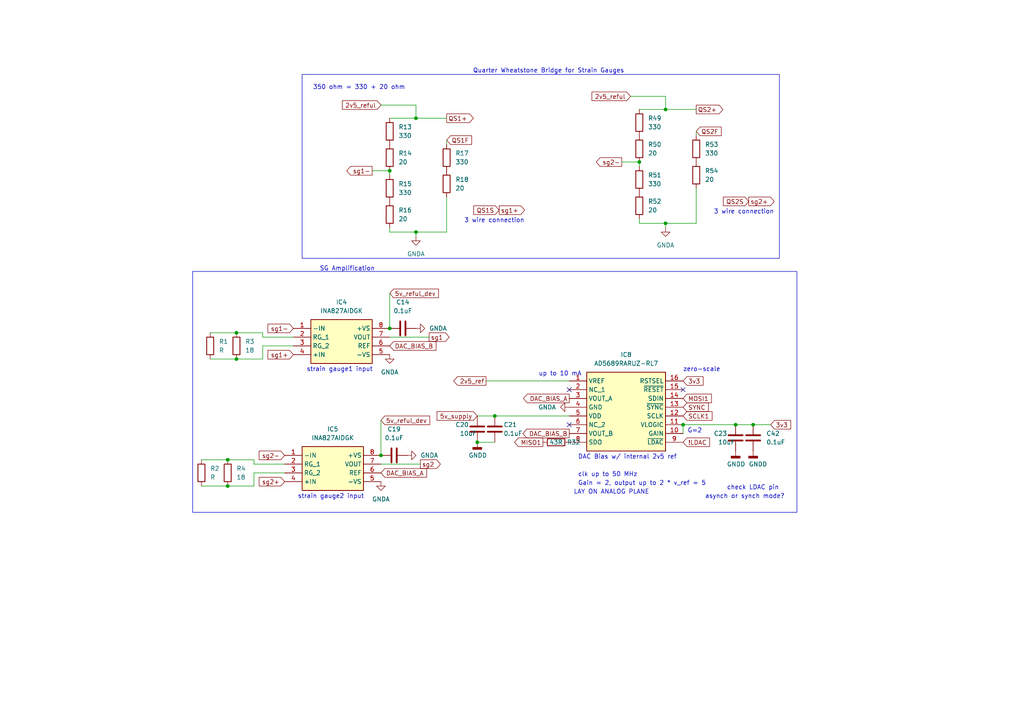
<source format=kicad_sch>
(kicad_sch (version 20231120) (generator "eeschema") (generator_version "8.0")
  (paper "A4")
  (lib_symbols
    (symbol "21xt_symbols:AD5689RARUZ-RL7"
      (property "Reference" "IC" (at 29.21 7.62 0))
      (property "Value" "AD5689RARUZ-RL7" (at 29.21 5.08 0))
      (symbol "AD5689RARUZ-RL7_1_1"
        (rectangle (start 5.08 2.54) (end 27.94 -20.32) (stroke (width 0.254)) (fill (type background)))
        (pin passive line (at 0 0 0) (length 5.08) (name "VREF") (number "1"))
        (pin passive line (at 33.02 -15.24 180) (length 5.08) (name "GAIN") (number "10"))
        (pin passive line (at 33.02 -12.7 180) (length 5.08) (name "VLOGIC") (number "11"))
        (pin passive line (at 33.02 -10.16 180) (length 5.08) (name "SCLK") (number "12"))
        (pin passive line (at 33.02 -7.62 180) (length 5.08) (name "~{SYNC}") (number "13"))
        (pin passive line (at 33.02 -5.08 180) (length 5.08) (name "SDIN") (number "14"))
        (pin passive line (at 33.02 -2.54 180) (length 5.08) (name "~{RESET}") (number "15"))
        (pin passive line (at 33.02 0 180) (length 5.08) (name "RSTSEL") (number "16"))
        (pin passive line (at 0 -2.54 0) (length 5.08) (name "NC_1") (number "2"))
        (pin passive line (at 0 -5.08 0) (length 5.08) (name "VOUT_A") (number "3"))
        (pin passive line (at 0 -7.62 0) (length 5.08) (name "GND") (number "4"))
        (pin passive line (at 0 -10.16 0) (length 5.08) (name "VDD") (number "5"))
        (pin passive line (at 0 -12.7 0) (length 5.08) (name "NC_2") (number "6"))
        (pin passive line (at 0 -15.24 0) (length 5.08) (name "VOUT_B") (number "7"))
        (pin passive line (at 0 -17.78 0) (length 5.08) (name "SDO") (number "8"))
        (pin passive line (at 33.02 -17.78 180) (length 5.08) (name "~{LDAC}") (number "9"))
      )
    )
    (symbol "21xt_symbols:INA827AIDGK"
      (property "Reference" "IC" (at 24.13 7.62 0))
      (property "Value" "INA827AIDGK" (at 24.13 5.08 0))
      (symbol "INA827AIDGK_1_1"
        (rectangle (start 5.08 2.54) (end 22.86 -10.16) (stroke (width 0.254)) (fill (type background)))
        (pin passive line (at 0 0 0) (length 5.08) (name "-IN") (number "1"))
        (pin passive line (at 0 -2.54 0) (length 5.08) (name "RG_1") (number "2"))
        (pin passive line (at 0 -5.08 0) (length 5.08) (name "RG_2") (number "3"))
        (pin passive line (at 0 -7.62 0) (length 5.08) (name "+IN") (number "4"))
        (pin passive line (at 27.94 -7.62 180) (length 5.08) (name "-VS") (number "5"))
        (pin passive line (at 27.94 -5.08 180) (length 5.08) (name "REF") (number "6"))
        (pin passive line (at 27.94 -2.54 180) (length 5.08) (name "VOUT") (number "7"))
        (pin passive line (at 27.94 0 180) (length 5.08) (name "+VS") (number "8"))
      )
    )
    (symbol "Device:C" (pin_numbers hide) (pin_names (offset 0.254))
      (property "Reference" "C" (at 0.635 2.54 0))
      (property "Value" "C" (at 0.635 -2.54 0))
      (symbol "C_0_1"
        (polyline (pts (xy -2.032 -0.762) (xy 2.032 -0.762)) (stroke (width 0.508)))
        (polyline (pts (xy -2.032 0.762) (xy 2.032 0.762)) (stroke (width 0.508)))
      )
      (symbol "C_1_1"
        (pin passive line (at 0 3.81 270) (length 2.794) (name "~") (number "1"))
        (pin passive line (at 0 -3.81 90) (length 2.794) (name "~") (number "2"))
      )
    )
    (symbol "Device:R" (pin_numbers hide) (pin_names (offset 0))
      (property "Reference" "R" (at 2.032 0 90))
      (property "Value" "R" (at 0 0 90))
      (symbol "R_0_1"
        (rectangle (start -1.016 -2.54) (end 1.016 2.54) (stroke (width 0.254)))
      )
      (symbol "R_1_1"
        (pin passive line (at 0 3.81 270) (length 1.27) (name "~") (number "1"))
        (pin passive line (at 0 -3.81 90) (length 1.27) (name "~") (number "2"))
      )
    )
    (symbol "power:GNDA" (power) (pin_names (offset 0))
      (property "Value" "GNDA" (at 0 -3.81 0))
      (symbol "GNDA_0_1"
        (polyline (pts (xy 0 0) (xy 0 -1.27) (xy 1.27 -1.27) (xy 0 -2.54) (xy -1.27 -1.27) (xy 0 -1.27)))
      )
      (symbol "GNDA_1_1"
        (pin power_in line (at 0 0 270) (length 0) hide (name "GNDA") (number "1"))
      )
    )
    (symbol "power:GNDD" (power) (pin_names (offset 0))
      (property "Value" "GNDD" (at 0 -3.175 0))
      (symbol "GNDD_0_1"
        (rectangle (start -1.27 -1.524) (end 1.27 -2.032) (stroke (width 0.254)) (fill (type outline)))
        (polyline (pts (xy 0 0) (xy 0 -1.524)))
      )
      (symbol "GNDD_1_1"
        (pin power_in line (at 0 0 270) (length 0) hide (name "GNDD") (number "1"))
      )
    )
  )
  (junction (at 120.65 34.29))
  (junction (at 193.04 31.75))
  (junction (at 66.04 140.97))
  (junction (at 218.44 123.19))
  (junction (at 213.36 123.19))
  (junction (at 113.03 49.53))
  (junction (at 110.49 132.08))
  (junction (at 138.43 128.27))
  (junction (at 68.58 96.52))
  (junction (at 120.65 67.31))
  (junction (at 193.04 64.77))
  (junction (at 68.58 104.14))
  (junction (at 113.03 95.25))
  (junction (at 143.51 120.65))
  (junction (at 185.42 46.99))
  (junction (at 198.12 123.19))
  (junction (at 66.04 133.35))
  (no_connect (at 165.1 123.19))
  (no_connect (at 165.1 113.03))
  (no_connect (at 198.12 113.03))
  (wire (pts (xy 193.04 64.77) (xy 193.04 66.04)))
  (wire (pts (xy 113.03 49.53) (xy 113.03 50.8)))
  (wire (pts (xy 58.42 140.97) (xy 66.04 140.97)))
  (wire (pts (xy 66.04 133.35) (xy 73.66 133.35)))
  (wire (pts (xy 60.96 104.14) (xy 68.58 104.14)))
  (wire (pts (xy 120.65 30.48) (xy 120.65 34.29)))
  (wire (pts (xy 129.54 57.15) (xy 129.54 67.31)))
  (wire (pts (xy 185.42 64.77) (xy 185.42 63.5)))
  (wire (pts (xy 213.36 123.19) (xy 218.44 123.19)))
  (wire (pts (xy 143.51 120.65) (xy 165.1 120.65)))
  (wire (pts (xy 73.66 137.16) (xy 73.66 140.97)))
  (wire (pts (xy 198.12 123.19) (xy 198.12 125.73)))
  (wire (pts (xy 198.12 123.19) (xy 213.36 123.19)))
  (wire (pts (xy 182.88 27.94) (xy 193.04 27.94)))
  (wire (pts (xy 138.43 128.27) (xy 143.51 128.27)))
  (wire (pts (xy 193.04 64.77) (xy 201.93 64.77)))
  (wire (pts (xy 113.03 34.29) (xy 120.65 34.29)))
  (wire (pts (xy 73.66 134.62) (xy 82.55 134.62)))
  (wire (pts (xy 120.65 67.31) (xy 120.65 68.58)))
  (wire (pts (xy 76.2 96.52) (xy 76.2 97.79)))
  (wire (pts (xy 82.55 137.16) (xy 73.66 137.16)))
  (wire (pts (xy 193.04 27.94) (xy 193.04 31.75)))
  (wire (pts (xy 185.42 46.99) (xy 185.42 48.26)))
  (wire (pts (xy 113.03 67.31) (xy 113.03 66.04)))
  (wire (pts (xy 180.34 46.99) (xy 185.42 46.99)))
  (wire (pts (xy 73.66 133.35) (xy 73.66 134.62)))
  (wire (pts (xy 140.97 110.49) (xy 165.1 110.49)))
  (wire (pts (xy 68.58 104.14) (xy 76.2 104.14)))
  (wire (pts (xy 76.2 97.79) (xy 85.09 97.79)))
  (wire (pts (xy 76.2 100.33) (xy 76.2 104.14)))
  (wire (pts (xy 185.42 64.77) (xy 193.04 64.77)))
  (wire (pts (xy 110.49 30.48) (xy 120.65 30.48)))
  (wire (pts (xy 66.04 140.97) (xy 73.66 140.97)))
  (wire (pts (xy 68.58 96.52) (xy 76.2 96.52)))
  (wire (pts (xy 107.95 49.53) (xy 113.03 49.53)))
  (wire (pts (xy 129.54 40.64) (xy 129.54 41.91)))
  (wire (pts (xy 201.93 38.1) (xy 201.93 39.37)))
  (wire (pts (xy 113.03 67.31) (xy 120.65 67.31)))
  (wire (pts (xy 138.43 120.65) (xy 143.51 120.65)))
  (wire (pts (xy 85.09 100.33) (xy 76.2 100.33)))
  (wire (pts (xy 113.03 97.79) (xy 124.46 97.79)))
  (wire (pts (xy 110.49 121.92) (xy 110.49 132.08)))
  (wire (pts (xy 58.42 133.35) (xy 66.04 133.35)))
  (wire (pts (xy 120.65 67.31) (xy 129.54 67.31)))
  (wire (pts (xy 110.49 134.62) (xy 121.92 134.62)))
  (wire (pts (xy 113.03 85.09) (xy 113.03 95.25)))
  (wire (pts (xy 60.96 96.52) (xy 68.58 96.52)))
  (wire (pts (xy 185.42 31.75) (xy 193.04 31.75)))
  (wire (pts (xy 193.04 31.75) (xy 201.93 31.75)))
  (wire (pts (xy 120.65 34.29) (xy 129.54 34.29)))
  (wire (pts (xy 218.44 123.19) (xy 223.52 123.19)))
  (wire (pts (xy 201.93 54.61) (xy 201.93 64.77)))
  (rectangle (start 87.63 21.59) (end 226.06 74.93))
  (rectangle (start 55.88 78.74) (end 231.14 148.59))
  (text "350 ohm = 330 + 20 ohm" (at 104.14 25.4 0) (effects (font (size 1.27 1.27))))
  (text "clk up to 50 MHz" (at 167.64 138.43 0) (effects (font (size 1.27 1.27)) (justify left bottom)))
  (text "check LDAC pin" (at 210.82 142.24 0) (effects (font (size 1.27 1.27)) (justify left bottom)))
  (text "LAY ON ANALOG PLANE" (at 166.37 143.51 0) (effects (font (size 1.27 1.27)) (justify left bottom)))
  (text "Gain = 2, output up to 2 * v_ref = 5" (at 167.64 140.97 0) (effects (font (size 1.27 1.27)) (justify left bottom)))
  (text "SG Amplification" (at 92.71 78.74 0) (effects (font (size 1.27 1.27)) (justify left bottom)))
  (text "strain gauge2 input" (at 86.36 144.78 0) (effects (font (size 1.27 1.27)) (justify left bottom)))
  (text "zero-scale" (at 198.12 107.95 0) (effects (font (size 1.27 1.27)) (justify left bottom)))
  (text "asynch or synch mode?" (at 204.47 144.78 0) (effects (font (size 1.27 1.27)) (justify left bottom)))
  (text "up to 10 mA" (at 156.21 109.22 0) (effects (font (size 1.27 1.27)) (justify left bottom)))
  (text "Quarter Wheatstone Bridge for Strain Gauges" (at 137.16 21.336 0) (effects (font (size 1.27 1.27)) (justify left bottom)))
  (text "DAC Bias w/ internal 2v5 ref" (at 167.64 133.35 0) (effects (font (size 1.27 1.27)) (justify left bottom)))
  (text "G=2" (at 199.39 125.73 0) (effects (font (size 1.27 1.27)) (justify left bottom)))
  (text "strain gauge1 input" (at 88.9 107.95 0) (effects (font (size 1.27 1.27)) (justify left bottom)))
  (text "3 wire connection" (at 134.62 64.77 0) (effects (font (size 1.27 1.27)) (justify left bottom)))
  (text "3 wire connection" (at 207.01 62.23 0) (effects (font (size 1.27 1.27)) (justify left bottom)))
  (global_label "sg1-" (shape input) (at 85.09 95.25 180) (property "Intersheetrefs" "${INTERSHEET_REFS}" (effects (hide yes))))
  (global_label "sg2-" (shape output) (at 180.34 46.99 180) (property "Intersheetrefs" "${INTERSHEET_REFS}" (effects (hide yes))))
  (global_label "sg2+" (shape output) (at 217.17 58.42 0) (property "Intersheetrefs" "${INTERSHEET_REFS}" (effects (hide yes))))
  (global_label "SYNC" (shape input) (at 198.12 118.11 0) (property "Intersheetrefs" "${INTERSHEET_REFS}" (effects (hide yes))))
  (global_label "sg1" (shape output) (at 124.46 97.79 0) (property "Intersheetrefs" "${INTERSHEET_REFS}" (effects (hide yes))))
  (global_label "!LDAC" (shape input) (at 198.12 128.27 0) (property "Intersheetrefs" "${INTERSHEET_REFS}" (effects (hide yes))))
  (global_label "sg1-" (shape output) (at 107.95 49.53 180) (property "Intersheetrefs" "${INTERSHEET_REFS}" (effects (hide yes))))
  (global_label "sg2+" (shape input) (at 82.55 139.7 180) (property "Intersheetrefs" "${INTERSHEET_REFS}" (effects (hide yes))))
  (global_label "3v3" (shape input) (at 198.12 110.49 0) (property "Intersheetrefs" "${INTERSHEET_REFS}" (effects (hide yes))))
  (global_label "MISO1" (shape output) (at 157.48 128.27 180) (property "Intersheetrefs" "${INTERSHEET_REFS}" (effects (hide yes))))
  (global_label "QS2S" (shape input) (at 217.17 58.42 180) (property "Intersheetrefs" "${INTERSHEET_REFS}" (effects (hide yes))))
  (global_label "DAC_BIAS_B" (shape input) (at 113.03 100.33 0) (property "Intersheetrefs" "${INTERSHEET_REFS}" (effects (hide yes))))
  (global_label "5v_supply" (shape input) (at 138.43 120.65 180) (property "Intersheetrefs" "${INTERSHEET_REFS}" (effects (hide yes))))
  (global_label "QS1+" (shape output) (at 129.54 34.29 0) (property "Intersheetrefs" "${INTERSHEET_REFS}" (effects (hide yes))))
  (global_label "sg2-" (shape input) (at 82.55 132.08 180) (property "Intersheetrefs" "${INTERSHEET_REFS}" (effects (hide yes))))
  (global_label "5v_reful_dev" (shape input) (at 110.49 121.92 0) (property "Intersheetrefs" "${INTERSHEET_REFS}" (effects (hide yes))))
  (global_label "sg1+" (shape input) (at 85.09 102.87 180) (property "Intersheetrefs" "${INTERSHEET_REFS}" (effects (hide yes))))
  (global_label "2v5_reful" (shape input) (at 110.49 30.48 180) (property "Intersheetrefs" "${INTERSHEET_REFS}" (effects (hide yes))))
  (global_label "QS2+" (shape output) (at 201.93 31.75 0) (property "Intersheetrefs" "${INTERSHEET_REFS}" (effects (hide yes))))
  (global_label "2v5_ref" (shape output) (at 140.97 110.49 180) (property "Intersheetrefs" "${INTERSHEET_REFS}" (effects (hide yes))))
  (global_label "DAC_BIAS_B" (shape output) (at 165.1 125.73 180) (property "Intersheetrefs" "${INTERSHEET_REFS}" (effects (hide yes))))
  (global_label "sg1+" (shape output) (at 144.78 60.96 0) (property "Intersheetrefs" "${INTERSHEET_REFS}" (effects (hide yes))))
  (global_label "3v3" (shape input) (at 223.52 123.19 0) (property "Intersheetrefs" "${INTERSHEET_REFS}" (effects (hide yes))))
  (global_label "QS1S" (shape input) (at 144.78 60.96 180) (property "Intersheetrefs" "${INTERSHEET_REFS}" (effects (hide yes))))
  (global_label "SCLK1" (shape input) (at 198.12 120.65 0) (property "Intersheetrefs" "${INTERSHEET_REFS}" (effects (hide yes))))
  (global_label "QS2F" (shape input) (at 201.93 38.1 0) (property "Intersheetrefs" "${INTERSHEET_REFS}" (effects (hide yes))))
  (global_label "QS1F" (shape input) (at 129.54 40.64 0) (property "Intersheetrefs" "${INTERSHEET_REFS}" (effects (hide yes))))
  (global_label "sg2" (shape output) (at 121.92 134.62 0) (property "Intersheetrefs" "${INTERSHEET_REFS}" (effects (hide yes))))
  (global_label "5v_reful_dev" (shape input) (at 113.03 85.09 0) (property "Intersheetrefs" "${INTERSHEET_REFS}" (effects (hide yes))))
  (global_label "MOSI1" (shape input) (at 198.12 115.57 0) (property "Intersheetrefs" "${INTERSHEET_REFS}" (effects (hide yes))))
  (global_label "2v5_reful" (shape input) (at 182.88 27.94 180) (property "Intersheetrefs" "${INTERSHEET_REFS}" (effects (hide yes))))
  (global_label "DAC_BIAS_A" (shape input) (at 110.49 137.16 0) (property "Intersheetrefs" "${INTERSHEET_REFS}" (effects (hide yes))))
  (global_label "DAC_BIAS_A" (shape output) (at 165.1 115.57 180) (property "Intersheetrefs" "${INTERSHEET_REFS}" (effects (hide yes))))
  (symbol (lib_id "Device:R") (at 113.03 62.23 0) (unit 1)
    (property "Reference" "R16" (at 115.57 60.9599 0) (effects (justify left)))
    (property "Value" "20" (at 115.57 63.4999 0) (effects (justify left)))
    (property "Footprint" "Resistor_SMD:R_0402_1005Metric" (effects (hide yes)))
  )
  (symbol (lib_id "Device:R") (at 58.42 137.16 0) (unit 1)
    (property "Reference" "R2" (at 60.96 135.8899 0) (effects (justify left)))
    (property "Value" "R" (at 60.96 138.4299 0) (effects (justify left)))
    (property "Footprint" "Resistor_SMD:R_0402_1005Metric" (effects (hide yes)))
  )
  (symbol (lib_id "power:GNDD") (at 138.43 128.27 0) (unit 1)
    (property "Reference" "#PWR031" (effects (hide yes)))
    (property "Value" "GNDD" (at 135.89 132.08 0) (effects (justify left)))
  )
  (symbol (lib_id "power:GNDA") (at 118.11 132.08 90) (unit 1)
    (property "Reference" "#PWR028" (effects (hide yes)))
    (property "Value" "GNDA" (at 121.92 132.08 90) (effects (justify right)))
  )
  (symbol (lib_id "Device:R") (at 161.29 128.27 90) (unit 1)
    (property "Reference" "R32" (at 166.37 128.27 90))
    (property "Value" "43R" (at 161.29 128.27 90))
    (property "Footprint" "Resistor_SMD:R_0402_1005Metric" (effects (hide yes)))
  )
  (symbol (lib_id "21xt_symbols:INA827AIDGK") (at 82.55 132.08 0) (unit 1)
    (property "Reference" "IC5" (at 96.52 124.46 0))
    (property "Value" "INA827AIDGK" (at 96.52 127 0))
    (property "Footprint" "21xt_footprints:SOP65P490X110-8N" (effects (hide yes)))
    (property "Datasheet" "http://www.ti.com/lit/ds/symlink/ina827.pdf" (effects (hide yes)))
    (property "Description" "Texas Instruments INA827AIDGK Instrumentation Amplifier, 150uV Offset 600kHz GBW, CMMR 88dB, 2.7  36 V, 8-Pin" (effects (hide yes)))
    (property "Height" "1.1" (effects (hide yes)))
    (property "Mouser Part Number" "595-INA827AIDGK" (effects (hide yes)))
    (property "Mouser Price/Stock" "https://www.mouser.co.uk/ProductDetail/Texas-Instruments/INA827AIDGK?qs=4whTb%2F0XQMjCMY8OfLWUhA%3D%3D" (effects (hide yes)))
    (property "Manufacturer_Name" "Texas Instruments" (effects (hide yes)))
    (property "Manufacturer_Part_Number" "INA827AIDGK" (effects (hide yes)))
  )
  (symbol (lib_id "Device:R") (at 201.93 43.18 0) (unit 1)
    (property "Reference" "R53" (at 204.47 41.9099 0) (effects (justify left)))
    (property "Value" "330" (at 204.47 44.4499 0) (effects (justify left)))
    (property "Footprint" "Resistor_SMD:R_0402_1005Metric" (effects (hide yes)))
  )
  (symbol (lib_id "Device:R") (at 66.04 137.16 0) (unit 1)
    (property "Reference" "R4" (at 68.58 135.8899 0) (effects (justify left)))
    (property "Value" "18" (at 68.58 138.4299 0) (effects (justify left)))
    (property "Footprint" "Resistor_SMD:R_0402_1005Metric" (effects (hide yes)))
  )
  (symbol (lib_id "Device:R") (at 129.54 53.34 0) (unit 1)
    (property "Reference" "R18" (at 132.08 52.0699 0) (effects (justify left)))
    (property "Value" "20" (at 132.08 54.6099 0) (effects (justify left)))
    (property "Footprint" "Resistor_SMD:R_0402_1005Metric" (effects (hide yes)))
  )
  (symbol (lib_id "Device:C") (at 138.43 124.46 0) (unit 1)
    (property "Reference" "C20" (at 132.08 123.19 0) (effects (justify left)))
    (property "Value" "10uF" (at 133.35 125.73 0) (effects (justify left)))
    (property "Footprint" "Capacitor_SMD:C_0603_1608Metric" (effects (hide yes)))
  )
  (symbol (lib_id "power:GNDA") (at 113.03 102.87 0) (unit 1)
    (property "Reference" "#PWR019" (effects (hide yes)))
    (property "Value" "GNDA" (at 113.03 107.95 0))
  )
  (symbol (lib_id "power:GNDA") (at 193.04 66.04 0) (unit 1)
    (property "Reference" "#PWR099" (effects (hide yes)))
    (property "Value" "GNDA" (at 193.04 71.12 0))
  )
  (symbol (lib_id "Device:C") (at 116.84 95.25 90) (unit 1)
    (property "Reference" "C14" (at 116.84 87.63 90))
    (property "Value" "0.1uF" (at 116.84 90.17 90))
    (property "Footprint" "Capacitor_SMD:C_0402_1005Metric" (effects (hide yes)))
  )
  (symbol (lib_id "Device:R") (at 113.03 38.1 0) (unit 1)
    (property "Reference" "R13" (at 115.57 36.8299 0) (effects (justify left)))
    (property "Value" "330" (at 115.57 39.3699 0) (effects (justify left)))
    (property "Footprint" "Resistor_SMD:R_0402_1005Metric" (effects (hide yes)))
  )
  (symbol (lib_id "power:GNDA") (at 110.49 139.7 0) (unit 1)
    (property "Reference" "#PWR022" (effects (hide yes)))
    (property "Value" "GNDA" (at 110.49 144.78 0))
  )
  (symbol (lib_id "power:GNDA") (at 165.1 118.11 270) (unit 1)
    (property "Reference" "#PWR032" (effects (hide yes)))
    (property "Value" "GNDA" (at 161.29 118.11 90) (effects (justify right)))
  )
  (symbol (lib_id "Device:R") (at 185.42 59.69 0) (unit 1)
    (property "Reference" "R52" (at 187.96 58.4199 0) (effects (justify left)))
    (property "Value" "20" (at 187.96 60.9599 0) (effects (justify left)))
    (property "Footprint" "Resistor_SMD:R_0402_1005Metric" (effects (hide yes)))
  )
  (symbol (lib_id "Device:C") (at 213.36 127 0) (unit 1)
    (property "Reference" "C23" (at 207.01 125.73 0) (effects (justify left)))
    (property "Value" "10uF" (at 208.28 128.27 0) (effects (justify left)))
    (property "Footprint" "Capacitor_SMD:C_0603_1608Metric" (effects (hide yes)))
  )
  (symbol (lib_id "Device:R") (at 201.93 50.8 0) (unit 1)
    (property "Reference" "R54" (at 204.47 49.5299 0) (effects (justify left)))
    (property "Value" "20" (at 204.47 52.0699 0) (effects (justify left)))
    (property "Footprint" "Resistor_SMD:R_0402_1005Metric" (effects (hide yes)))
  )
  (symbol (lib_id "Device:C") (at 218.44 127 0) (unit 1)
    (property "Reference" "C42" (at 222.25 125.73 0) (effects (justify left)))
    (property "Value" "0.1uF" (at 222.25 128.27 0) (effects (justify left)))
    (property "Footprint" "Capacitor_SMD:C_0402_1005Metric" (effects (hide yes)))
  )
  (symbol (lib_id "power:GNDA") (at 120.65 68.58 0) (unit 1)
    (property "Reference" "#PWR023" (effects (hide yes)))
    (property "Value" "GNDA" (at 120.65 73.66 0))
  )
  (symbol (lib_id "Device:R") (at 60.96 100.33 0) (unit 1)
    (property "Reference" "R1" (at 63.5 99.0599 0) (effects (justify left)))
    (property "Value" "R" (at 63.5 101.5999 0) (effects (justify left)))
    (property "Footprint" "Resistor_SMD:R_0402_1005Metric" (effects (hide yes)))
  )
  (symbol (lib_id "Device:R") (at 113.03 45.72 0) (unit 1)
    (property "Reference" "R14" (at 115.57 44.4499 0) (effects (justify left)))
    (property "Value" "20" (at 115.57 46.9899 0) (effects (justify left)))
    (property "Footprint" "Resistor_SMD:R_0402_1005Metric" (effects (hide yes)))
  )
  (symbol (lib_id "power:GNDD") (at 213.36 130.81 0) (unit 1)
    (property "Reference" "#PWR060" (effects (hide yes)))
    (property "Value" "GNDD" (at 210.82 134.62 0) (effects (justify left)))
  )
  (symbol (lib_id "Device:R") (at 185.42 35.56 0) (unit 1)
    (property "Reference" "R49" (at 187.96 34.2899 0) (effects (justify left)))
    (property "Value" "330" (at 187.96 36.8299 0) (effects (justify left)))
    (property "Footprint" "Resistor_SMD:R_0402_1005Metric" (effects (hide yes)))
  )
  (symbol (lib_id "Device:C") (at 143.51 124.46 0) (unit 1)
    (property "Reference" "C21" (at 146.05 123.19 0) (effects (justify left)))
    (property "Value" "0.1uF" (at 146.05 125.73 0) (effects (justify left)))
    (property "Footprint" "Capacitor_SMD:C_0402_1005Metric" (effects (hide yes)))
  )
  (symbol (lib_id "power:GNDD") (at 218.44 130.81 0) (unit 1)
    (property "Reference" "#PWR068" (effects (hide yes)))
    (property "Value" "GNDD" (at 217.17 134.62 0) (effects (justify left)))
  )
  (symbol (lib_id "21xt_symbols:AD5689RARUZ-RL7") (at 165.1 110.49 0) (unit 1)
    (property "Reference" "IC8" (at 181.61 102.87 0))
    (property "Value" "AD5689RARUZ-RL7" (at 181.61 105.41 0))
    (property "Footprint" "21xt_footprints:SOP65P640X120-16N" (effects (hide yes)))
    (property "Datasheet" "https://www.analog.com/media/en/technical-documentation/data-sheets/AD5689R_5687R.pdf" (effects (hide yes)))
    (property "Height" "1.2" (effects (hide yes)))
    (property "Mouser Part Number" "584-AD5689RARUZ-R7" (effects (hide yes)))
    (property "Mouser Price/Stock" "https://www.mouser.co.uk/ProductDetail/Analog-Devices/AD5689RARUZ-RL7?qs=NmRFExCfTkGWKmPGJDmQBg%3D%3D" (effects (hide yes)))
    (property "Manufacturer_Name" "Analog Devices" (effects (hide yes)))
    (property "Manufacturer_Part_Number" "AD5689RARUZ-RL7" (effects (hide yes)))
  )
  (symbol (lib_id "Device:R") (at 68.58 100.33 0) (unit 1)
    (property "Reference" "R3" (at 71.12 99.0599 0) (effects (justify left)))
    (property "Value" "18" (at 71.12 101.5999 0) (effects (justify left)))
    (property "Footprint" "Resistor_SMD:R_0402_1005Metric" (effects (hide yes)))
  )
  (symbol (lib_id "Device:R") (at 113.03 54.61 0) (unit 1)
    (property "Reference" "R15" (at 115.57 53.3399 0) (effects (justify left)))
    (property "Value" "330" (at 115.57 55.8799 0) (effects (justify left)))
    (property "Footprint" "Resistor_SMD:R_0402_1005Metric" (effects (hide yes)))
  )
  (symbol (lib_id "Device:C") (at 114.3 132.08 90) (unit 1)
    (property "Reference" "C19" (at 114.3 124.46 90))
    (property "Value" "0.1uF" (at 114.3 127 90))
    (property "Footprint" "Capacitor_SMD:C_0402_1005Metric" (effects (hide yes)))
  )
  (symbol (lib_id "Device:R") (at 185.42 52.07 0) (unit 1)
    (property "Reference" "R51" (at 187.96 50.7999 0) (effects (justify left)))
    (property "Value" "330" (at 187.96 53.3399 0) (effects (justify left)))
    (property "Footprint" "Resistor_SMD:R_0402_1005Metric" (effects (hide yes)))
  )
  (symbol (lib_id "21xt_symbols:INA827AIDGK") (at 85.09 95.25 0) (unit 1)
    (property "Reference" "IC4" (at 99.06 87.63 0))
    (property "Value" "INA827AIDGK" (at 99.06 90.17 0))
    (property "Footprint" "21xt_footprints:SOP65P490X110-8N" (effects (hide yes)))
    (property "Datasheet" "http://www.ti.com/lit/ds/symlink/ina827.pdf" (effects (hide yes)))
    (property "Description" "Texas Instruments INA827AIDGK Instrumentation Amplifier, 150uV Offset 600kHz GBW, CMMR 88dB, 2.7  36 V, 8-Pin" (effects (hide yes)))
    (property "Height" "1.1" (effects (hide yes)))
    (property "Mouser Part Number" "595-INA827AIDGK" (effects (hide yes)))
    (property "Mouser Price/Stock" "https://www.mouser.co.uk/ProductDetail/Texas-Instruments/INA827AIDGK?qs=4whTb%2F0XQMjCMY8OfLWUhA%3D%3D" (effects (hide yes)))
    (property "Manufacturer_Name" "Texas Instruments" (effects (hide yes)))
    (property "Manufacturer_Part_Number" "INA827AIDGK" (effects (hide yes)))
  )
  (symbol (lib_id "power:GNDA") (at 120.65 95.25 90) (unit 1)
    (property "Reference" "#PWR025" (effects (hide yes)))
    (property "Value" "GNDA" (at 124.46 95.25 90) (effects (justify right)))
  )
  (symbol (lib_id "Device:R") (at 129.54 45.72 0) (unit 1)
    (property "Reference" "R17" (at 132.08 44.4499 0) (effects (justify left)))
    (property "Value" "330" (at 132.08 46.9899 0) (effects (justify left)))
    (property "Footprint" "Resistor_SMD:R_0402_1005Metric" (effects (hide yes)))
  )
  (symbol (lib_id "Device:R") (at 185.42 43.18 0) (unit 1)
    (property "Reference" "R50" (at 187.96 41.9099 0) (effects (justify left)))
    (property "Value" "20" (at 187.96 44.4499 0) (effects (justify left)))
    (property "Footprint" "Resistor_SMD:R_0402_1005Metric" (effects (hide yes)))
  )
)
</source>
